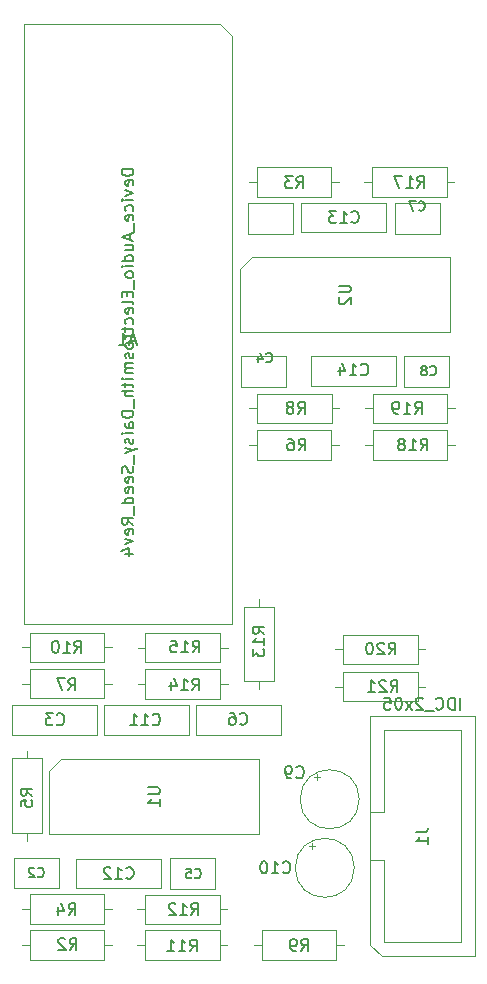
<source format=gbr>
%TF.GenerationSoftware,KiCad,Pcbnew,6.0.10+dfsg-1~bpo11+1*%
%TF.CreationDate,2023-02-09T22:21:13+08:00*%
%TF.ProjectId,MiniVerb v1.1 - Main,4d696e69-5665-4726-9220-76312e31202d,rev?*%
%TF.SameCoordinates,Original*%
%TF.FileFunction,AssemblyDrawing,Bot*%
%FSLAX46Y46*%
G04 Gerber Fmt 4.6, Leading zero omitted, Abs format (unit mm)*
G04 Created by KiCad (PCBNEW 6.0.10+dfsg-1~bpo11+1) date 2023-02-09 22:21:13*
%MOMM*%
%LPD*%
G01*
G04 APERTURE LIST*
%ADD10C,0.150000*%
%ADD11C,0.140000*%
%ADD12C,0.100000*%
G04 APERTURE END LIST*
D10*
%TO.C,R3*%
X99361666Y-67297380D02*
X99695000Y-66821190D01*
X99933095Y-67297380D02*
X99933095Y-66297380D01*
X99552142Y-66297380D01*
X99456904Y-66345000D01*
X99409285Y-66392619D01*
X99361666Y-66487857D01*
X99361666Y-66630714D01*
X99409285Y-66725952D01*
X99456904Y-66773571D01*
X99552142Y-66821190D01*
X99933095Y-66821190D01*
X99028333Y-66297380D02*
X98409285Y-66297380D01*
X98742619Y-66678333D01*
X98599761Y-66678333D01*
X98504523Y-66725952D01*
X98456904Y-66773571D01*
X98409285Y-66868809D01*
X98409285Y-67106904D01*
X98456904Y-67202142D01*
X98504523Y-67249761D01*
X98599761Y-67297380D01*
X98885476Y-67297380D01*
X98980714Y-67249761D01*
X99028333Y-67202142D01*
%TO.C,C3*%
X79081666Y-112677142D02*
X79129285Y-112724761D01*
X79272142Y-112772380D01*
X79367380Y-112772380D01*
X79510238Y-112724761D01*
X79605476Y-112629523D01*
X79653095Y-112534285D01*
X79700714Y-112343809D01*
X79700714Y-112200952D01*
X79653095Y-112010476D01*
X79605476Y-111915238D01*
X79510238Y-111820000D01*
X79367380Y-111772380D01*
X79272142Y-111772380D01*
X79129285Y-111820000D01*
X79081666Y-111867619D01*
X78748333Y-111772380D02*
X78129285Y-111772380D01*
X78462619Y-112153333D01*
X78319761Y-112153333D01*
X78224523Y-112200952D01*
X78176904Y-112248571D01*
X78129285Y-112343809D01*
X78129285Y-112581904D01*
X78176904Y-112677142D01*
X78224523Y-112724761D01*
X78319761Y-112772380D01*
X78605476Y-112772380D01*
X78700714Y-112724761D01*
X78748333Y-112677142D01*
%TO.C,R14*%
X90547857Y-109822380D02*
X90881190Y-109346190D01*
X91119285Y-109822380D02*
X91119285Y-108822380D01*
X90738333Y-108822380D01*
X90643095Y-108870000D01*
X90595476Y-108917619D01*
X90547857Y-109012857D01*
X90547857Y-109155714D01*
X90595476Y-109250952D01*
X90643095Y-109298571D01*
X90738333Y-109346190D01*
X91119285Y-109346190D01*
X89595476Y-109822380D02*
X90166904Y-109822380D01*
X89881190Y-109822380D02*
X89881190Y-108822380D01*
X89976428Y-108965238D01*
X90071666Y-109060476D01*
X90166904Y-109108095D01*
X88738333Y-109155714D02*
X88738333Y-109822380D01*
X88976428Y-108774761D02*
X89214523Y-109489047D01*
X88595476Y-109489047D01*
%TO.C,U1*%
X86783468Y-118032998D02*
X87592992Y-118032998D01*
X87688230Y-118080617D01*
X87735849Y-118128236D01*
X87783468Y-118223474D01*
X87783468Y-118413950D01*
X87735849Y-118509188D01*
X87688230Y-118556807D01*
X87592992Y-118604426D01*
X86783468Y-118604426D01*
X87783468Y-119604426D02*
X87783468Y-119032998D01*
X87783468Y-119318712D02*
X86783468Y-119318712D01*
X86926326Y-119223474D01*
X87021564Y-119128236D01*
X87069183Y-119032998D01*
%TO.C,C14*%
X104817857Y-83057142D02*
X104865476Y-83104761D01*
X105008333Y-83152380D01*
X105103571Y-83152380D01*
X105246428Y-83104761D01*
X105341666Y-83009523D01*
X105389285Y-82914285D01*
X105436904Y-82723809D01*
X105436904Y-82580952D01*
X105389285Y-82390476D01*
X105341666Y-82295238D01*
X105246428Y-82200000D01*
X105103571Y-82152380D01*
X105008333Y-82152380D01*
X104865476Y-82200000D01*
X104817857Y-82247619D01*
X103865476Y-83152380D02*
X104436904Y-83152380D01*
X104151190Y-83152380D02*
X104151190Y-82152380D01*
X104246428Y-82295238D01*
X104341666Y-82390476D01*
X104436904Y-82438095D01*
X103008333Y-82485714D02*
X103008333Y-83152380D01*
X103246428Y-82104761D02*
X103484523Y-82819047D01*
X102865476Y-82819047D01*
%TO.C,R6*%
X99541666Y-89502380D02*
X99875000Y-89026190D01*
X100113095Y-89502380D02*
X100113095Y-88502380D01*
X99732142Y-88502380D01*
X99636904Y-88550000D01*
X99589285Y-88597619D01*
X99541666Y-88692857D01*
X99541666Y-88835714D01*
X99589285Y-88930952D01*
X99636904Y-88978571D01*
X99732142Y-89026190D01*
X100113095Y-89026190D01*
X98684523Y-88502380D02*
X98875000Y-88502380D01*
X98970238Y-88550000D01*
X99017857Y-88597619D01*
X99113095Y-88740476D01*
X99160714Y-88930952D01*
X99160714Y-89311904D01*
X99113095Y-89407142D01*
X99065476Y-89454761D01*
X98970238Y-89502380D01*
X98779761Y-89502380D01*
X98684523Y-89454761D01*
X98636904Y-89407142D01*
X98589285Y-89311904D01*
X98589285Y-89073809D01*
X98636904Y-88978571D01*
X98684523Y-88930952D01*
X98779761Y-88883333D01*
X98970238Y-88883333D01*
X99065476Y-88930952D01*
X99113095Y-88978571D01*
X99160714Y-89073809D01*
D11*
%TO.C,C5*%
X90748333Y-125635714D02*
X90786428Y-125673809D01*
X90900714Y-125711904D01*
X90976904Y-125711904D01*
X91091190Y-125673809D01*
X91167380Y-125597619D01*
X91205476Y-125521428D01*
X91243571Y-125369047D01*
X91243571Y-125254761D01*
X91205476Y-125102380D01*
X91167380Y-125026190D01*
X91091190Y-124950000D01*
X90976904Y-124911904D01*
X90900714Y-124911904D01*
X90786428Y-124950000D01*
X90748333Y-124988095D01*
X90024523Y-124911904D02*
X90405476Y-124911904D01*
X90443571Y-125292857D01*
X90405476Y-125254761D01*
X90329285Y-125216666D01*
X90138809Y-125216666D01*
X90062619Y-125254761D01*
X90024523Y-125292857D01*
X89986428Y-125369047D01*
X89986428Y-125559523D01*
X90024523Y-125635714D01*
X90062619Y-125673809D01*
X90138809Y-125711904D01*
X90329285Y-125711904D01*
X90405476Y-125673809D01*
X90443571Y-125635714D01*
D10*
%TO.C,R5*%
X77003468Y-118728236D02*
X76527278Y-118394903D01*
X77003468Y-118156807D02*
X76003468Y-118156807D01*
X76003468Y-118537760D01*
X76051088Y-118632998D01*
X76098707Y-118680617D01*
X76193945Y-118728236D01*
X76336802Y-118728236D01*
X76432040Y-118680617D01*
X76479659Y-118632998D01*
X76527278Y-118537760D01*
X76527278Y-118156807D01*
X76003468Y-119632998D02*
X76003468Y-119156807D01*
X76479659Y-119109188D01*
X76432040Y-119156807D01*
X76384421Y-119252045D01*
X76384421Y-119490141D01*
X76432040Y-119585379D01*
X76479659Y-119632998D01*
X76574897Y-119680617D01*
X76812992Y-119680617D01*
X76908230Y-119632998D01*
X76955849Y-119585379D01*
X77003468Y-119490141D01*
X77003468Y-119252045D01*
X76955849Y-119156807D01*
X76908230Y-119109188D01*
%TO.C,R12*%
X90437857Y-128842380D02*
X90771190Y-128366190D01*
X91009285Y-128842380D02*
X91009285Y-127842380D01*
X90628333Y-127842380D01*
X90533095Y-127890000D01*
X90485476Y-127937619D01*
X90437857Y-128032857D01*
X90437857Y-128175714D01*
X90485476Y-128270952D01*
X90533095Y-128318571D01*
X90628333Y-128366190D01*
X91009285Y-128366190D01*
X89485476Y-128842380D02*
X90056904Y-128842380D01*
X89771190Y-128842380D02*
X89771190Y-127842380D01*
X89866428Y-127985238D01*
X89961666Y-128080476D01*
X90056904Y-128128095D01*
X89104523Y-127937619D02*
X89056904Y-127890000D01*
X88961666Y-127842380D01*
X88723571Y-127842380D01*
X88628333Y-127890000D01*
X88580714Y-127937619D01*
X88533095Y-128032857D01*
X88533095Y-128128095D01*
X88580714Y-128270952D01*
X89152142Y-128842380D01*
X88533095Y-128842380D01*
%TO.C,R8*%
X99491666Y-86402380D02*
X99825000Y-85926190D01*
X100063095Y-86402380D02*
X100063095Y-85402380D01*
X99682142Y-85402380D01*
X99586904Y-85450000D01*
X99539285Y-85497619D01*
X99491666Y-85592857D01*
X99491666Y-85735714D01*
X99539285Y-85830952D01*
X99586904Y-85878571D01*
X99682142Y-85926190D01*
X100063095Y-85926190D01*
X98920238Y-85830952D02*
X99015476Y-85783333D01*
X99063095Y-85735714D01*
X99110714Y-85640476D01*
X99110714Y-85592857D01*
X99063095Y-85497619D01*
X99015476Y-85450000D01*
X98920238Y-85402380D01*
X98729761Y-85402380D01*
X98634523Y-85450000D01*
X98586904Y-85497619D01*
X98539285Y-85592857D01*
X98539285Y-85640476D01*
X98586904Y-85735714D01*
X98634523Y-85783333D01*
X98729761Y-85830952D01*
X98920238Y-85830952D01*
X99015476Y-85878571D01*
X99063095Y-85926190D01*
X99110714Y-86021428D01*
X99110714Y-86211904D01*
X99063095Y-86307142D01*
X99015476Y-86354761D01*
X98920238Y-86402380D01*
X98729761Y-86402380D01*
X98634523Y-86354761D01*
X98586904Y-86307142D01*
X98539285Y-86211904D01*
X98539285Y-86021428D01*
X98586904Y-85926190D01*
X98634523Y-85878571D01*
X98729761Y-85830952D01*
D11*
%TO.C,C8*%
X110678333Y-83085714D02*
X110716428Y-83123809D01*
X110830714Y-83161904D01*
X110906904Y-83161904D01*
X111021190Y-83123809D01*
X111097380Y-83047619D01*
X111135476Y-82971428D01*
X111173571Y-82819047D01*
X111173571Y-82704761D01*
X111135476Y-82552380D01*
X111097380Y-82476190D01*
X111021190Y-82400000D01*
X110906904Y-82361904D01*
X110830714Y-82361904D01*
X110716428Y-82400000D01*
X110678333Y-82438095D01*
X110221190Y-82704761D02*
X110297380Y-82666666D01*
X110335476Y-82628571D01*
X110373571Y-82552380D01*
X110373571Y-82514285D01*
X110335476Y-82438095D01*
X110297380Y-82400000D01*
X110221190Y-82361904D01*
X110068809Y-82361904D01*
X109992619Y-82400000D01*
X109954523Y-82438095D01*
X109916428Y-82514285D01*
X109916428Y-82552380D01*
X109954523Y-82628571D01*
X109992619Y-82666666D01*
X110068809Y-82704761D01*
X110221190Y-82704761D01*
X110297380Y-82742857D01*
X110335476Y-82780952D01*
X110373571Y-82857142D01*
X110373571Y-83009523D01*
X110335476Y-83085714D01*
X110297380Y-83123809D01*
X110221190Y-83161904D01*
X110068809Y-83161904D01*
X109992619Y-83123809D01*
X109954523Y-83085714D01*
X109916428Y-83009523D01*
X109916428Y-82857142D01*
X109954523Y-82780952D01*
X109992619Y-82742857D01*
X110068809Y-82704761D01*
D10*
%TO.C,R10*%
X80562857Y-106632380D02*
X80896190Y-106156190D01*
X81134285Y-106632380D02*
X81134285Y-105632380D01*
X80753333Y-105632380D01*
X80658095Y-105680000D01*
X80610476Y-105727619D01*
X80562857Y-105822857D01*
X80562857Y-105965714D01*
X80610476Y-106060952D01*
X80658095Y-106108571D01*
X80753333Y-106156190D01*
X81134285Y-106156190D01*
X79610476Y-106632380D02*
X80181904Y-106632380D01*
X79896190Y-106632380D02*
X79896190Y-105632380D01*
X79991428Y-105775238D01*
X80086666Y-105870476D01*
X80181904Y-105918095D01*
X78991428Y-105632380D02*
X78896190Y-105632380D01*
X78800952Y-105680000D01*
X78753333Y-105727619D01*
X78705714Y-105822857D01*
X78658095Y-106013333D01*
X78658095Y-106251428D01*
X78705714Y-106441904D01*
X78753333Y-106537142D01*
X78800952Y-106584761D01*
X78896190Y-106632380D01*
X78991428Y-106632380D01*
X79086666Y-106584761D01*
X79134285Y-106537142D01*
X79181904Y-106441904D01*
X79229523Y-106251428D01*
X79229523Y-106013333D01*
X79181904Y-105822857D01*
X79134285Y-105727619D01*
X79086666Y-105680000D01*
X78991428Y-105632380D01*
D11*
%TO.C,C2*%
X77458333Y-125545714D02*
X77496428Y-125583809D01*
X77610714Y-125621904D01*
X77686904Y-125621904D01*
X77801190Y-125583809D01*
X77877380Y-125507619D01*
X77915476Y-125431428D01*
X77953571Y-125279047D01*
X77953571Y-125164761D01*
X77915476Y-125012380D01*
X77877380Y-124936190D01*
X77801190Y-124860000D01*
X77686904Y-124821904D01*
X77610714Y-124821904D01*
X77496428Y-124860000D01*
X77458333Y-124898095D01*
X77153571Y-124898095D02*
X77115476Y-124860000D01*
X77039285Y-124821904D01*
X76848809Y-124821904D01*
X76772619Y-124860000D01*
X76734523Y-124898095D01*
X76696428Y-124974285D01*
X76696428Y-125050476D01*
X76734523Y-125164761D01*
X77191666Y-125621904D01*
X76696428Y-125621904D01*
D10*
%TO.C,R13*%
X96642380Y-105047142D02*
X96166190Y-104713809D01*
X96642380Y-104475714D02*
X95642380Y-104475714D01*
X95642380Y-104856666D01*
X95690000Y-104951904D01*
X95737619Y-104999523D01*
X95832857Y-105047142D01*
X95975714Y-105047142D01*
X96070952Y-104999523D01*
X96118571Y-104951904D01*
X96166190Y-104856666D01*
X96166190Y-104475714D01*
X96642380Y-105999523D02*
X96642380Y-105428095D01*
X96642380Y-105713809D02*
X95642380Y-105713809D01*
X95785238Y-105618571D01*
X95880476Y-105523333D01*
X95928095Y-105428095D01*
X95642380Y-106332857D02*
X95642380Y-106951904D01*
X96023333Y-106618571D01*
X96023333Y-106761428D01*
X96070952Y-106856666D01*
X96118571Y-106904285D01*
X96213809Y-106951904D01*
X96451904Y-106951904D01*
X96547142Y-106904285D01*
X96594761Y-106856666D01*
X96642380Y-106761428D01*
X96642380Y-106475714D01*
X96594761Y-106380476D01*
X96547142Y-106332857D01*
%TO.C,R15*%
X90577857Y-106602380D02*
X90911190Y-106126190D01*
X91149285Y-106602380D02*
X91149285Y-105602380D01*
X90768333Y-105602380D01*
X90673095Y-105650000D01*
X90625476Y-105697619D01*
X90577857Y-105792857D01*
X90577857Y-105935714D01*
X90625476Y-106030952D01*
X90673095Y-106078571D01*
X90768333Y-106126190D01*
X91149285Y-106126190D01*
X89625476Y-106602380D02*
X90196904Y-106602380D01*
X89911190Y-106602380D02*
X89911190Y-105602380D01*
X90006428Y-105745238D01*
X90101666Y-105840476D01*
X90196904Y-105888095D01*
X88720714Y-105602380D02*
X89196904Y-105602380D01*
X89244523Y-106078571D01*
X89196904Y-106030952D01*
X89101666Y-105983333D01*
X88863571Y-105983333D01*
X88768333Y-106030952D01*
X88720714Y-106078571D01*
X88673095Y-106173809D01*
X88673095Y-106411904D01*
X88720714Y-106507142D01*
X88768333Y-106554761D01*
X88863571Y-106602380D01*
X89101666Y-106602380D01*
X89196904Y-106554761D01*
X89244523Y-106507142D01*
%TO.C,R4*%
X80071666Y-128842380D02*
X80405000Y-128366190D01*
X80643095Y-128842380D02*
X80643095Y-127842380D01*
X80262142Y-127842380D01*
X80166904Y-127890000D01*
X80119285Y-127937619D01*
X80071666Y-128032857D01*
X80071666Y-128175714D01*
X80119285Y-128270952D01*
X80166904Y-128318571D01*
X80262142Y-128366190D01*
X80643095Y-128366190D01*
X79214523Y-128175714D02*
X79214523Y-128842380D01*
X79452619Y-127794761D02*
X79690714Y-128509047D01*
X79071666Y-128509047D01*
%TO.C,R7*%
X80061666Y-109812380D02*
X80395000Y-109336190D01*
X80633095Y-109812380D02*
X80633095Y-108812380D01*
X80252142Y-108812380D01*
X80156904Y-108860000D01*
X80109285Y-108907619D01*
X80061666Y-109002857D01*
X80061666Y-109145714D01*
X80109285Y-109240952D01*
X80156904Y-109288571D01*
X80252142Y-109336190D01*
X80633095Y-109336190D01*
X79728333Y-108812380D02*
X79061666Y-108812380D01*
X79490238Y-109812380D01*
%TO.C,R9*%
X99761666Y-131882380D02*
X100095000Y-131406190D01*
X100333095Y-131882380D02*
X100333095Y-130882380D01*
X99952142Y-130882380D01*
X99856904Y-130930000D01*
X99809285Y-130977619D01*
X99761666Y-131072857D01*
X99761666Y-131215714D01*
X99809285Y-131310952D01*
X99856904Y-131358571D01*
X99952142Y-131406190D01*
X100333095Y-131406190D01*
X99285476Y-131882380D02*
X99095000Y-131882380D01*
X98999761Y-131834761D01*
X98952142Y-131787142D01*
X98856904Y-131644285D01*
X98809285Y-131453809D01*
X98809285Y-131072857D01*
X98856904Y-130977619D01*
X98904523Y-130930000D01*
X98999761Y-130882380D01*
X99190238Y-130882380D01*
X99285476Y-130930000D01*
X99333095Y-130977619D01*
X99380714Y-131072857D01*
X99380714Y-131310952D01*
X99333095Y-131406190D01*
X99285476Y-131453809D01*
X99190238Y-131501428D01*
X98999761Y-131501428D01*
X98904523Y-131453809D01*
X98856904Y-131406190D01*
X98809285Y-131310952D01*
%TO.C,C9*%
X99361666Y-117157142D02*
X99409285Y-117204761D01*
X99552142Y-117252380D01*
X99647380Y-117252380D01*
X99790238Y-117204761D01*
X99885476Y-117109523D01*
X99933095Y-117014285D01*
X99980714Y-116823809D01*
X99980714Y-116680952D01*
X99933095Y-116490476D01*
X99885476Y-116395238D01*
X99790238Y-116300000D01*
X99647380Y-116252380D01*
X99552142Y-116252380D01*
X99409285Y-116300000D01*
X99361666Y-116347619D01*
X98885476Y-117252380D02*
X98695000Y-117252380D01*
X98599761Y-117204761D01*
X98552142Y-117157142D01*
X98456904Y-117014285D01*
X98409285Y-116823809D01*
X98409285Y-116442857D01*
X98456904Y-116347619D01*
X98504523Y-116300000D01*
X98599761Y-116252380D01*
X98790238Y-116252380D01*
X98885476Y-116300000D01*
X98933095Y-116347619D01*
X98980714Y-116442857D01*
X98980714Y-116680952D01*
X98933095Y-116776190D01*
X98885476Y-116823809D01*
X98790238Y-116871428D01*
X98599761Y-116871428D01*
X98504523Y-116823809D01*
X98456904Y-116776190D01*
X98409285Y-116680952D01*
%TO.C,R21*%
X107327857Y-109952380D02*
X107661190Y-109476190D01*
X107899285Y-109952380D02*
X107899285Y-108952380D01*
X107518333Y-108952380D01*
X107423095Y-109000000D01*
X107375476Y-109047619D01*
X107327857Y-109142857D01*
X107327857Y-109285714D01*
X107375476Y-109380952D01*
X107423095Y-109428571D01*
X107518333Y-109476190D01*
X107899285Y-109476190D01*
X106946904Y-109047619D02*
X106899285Y-109000000D01*
X106804047Y-108952380D01*
X106565952Y-108952380D01*
X106470714Y-109000000D01*
X106423095Y-109047619D01*
X106375476Y-109142857D01*
X106375476Y-109238095D01*
X106423095Y-109380952D01*
X106994523Y-109952380D01*
X106375476Y-109952380D01*
X105423095Y-109952380D02*
X105994523Y-109952380D01*
X105708809Y-109952380D02*
X105708809Y-108952380D01*
X105804047Y-109095238D01*
X105899285Y-109190476D01*
X105994523Y-109238095D01*
%TO.C,R19*%
X109397857Y-86402380D02*
X109731190Y-85926190D01*
X109969285Y-86402380D02*
X109969285Y-85402380D01*
X109588333Y-85402380D01*
X109493095Y-85450000D01*
X109445476Y-85497619D01*
X109397857Y-85592857D01*
X109397857Y-85735714D01*
X109445476Y-85830952D01*
X109493095Y-85878571D01*
X109588333Y-85926190D01*
X109969285Y-85926190D01*
X108445476Y-86402380D02*
X109016904Y-86402380D01*
X108731190Y-86402380D02*
X108731190Y-85402380D01*
X108826428Y-85545238D01*
X108921666Y-85640476D01*
X109016904Y-85688095D01*
X107969285Y-86402380D02*
X107778809Y-86402380D01*
X107683571Y-86354761D01*
X107635952Y-86307142D01*
X107540714Y-86164285D01*
X107493095Y-85973809D01*
X107493095Y-85592857D01*
X107540714Y-85497619D01*
X107588333Y-85450000D01*
X107683571Y-85402380D01*
X107874047Y-85402380D01*
X107969285Y-85450000D01*
X108016904Y-85497619D01*
X108064523Y-85592857D01*
X108064523Y-85830952D01*
X108016904Y-85926190D01*
X107969285Y-85973809D01*
X107874047Y-86021428D01*
X107683571Y-86021428D01*
X107588333Y-85973809D01*
X107540714Y-85926190D01*
X107493095Y-85830952D01*
%TO.C,C6*%
X94591666Y-112637142D02*
X94639285Y-112684761D01*
X94782142Y-112732380D01*
X94877380Y-112732380D01*
X95020238Y-112684761D01*
X95115476Y-112589523D01*
X95163095Y-112494285D01*
X95210714Y-112303809D01*
X95210714Y-112160952D01*
X95163095Y-111970476D01*
X95115476Y-111875238D01*
X95020238Y-111780000D01*
X94877380Y-111732380D01*
X94782142Y-111732380D01*
X94639285Y-111780000D01*
X94591666Y-111827619D01*
X93734523Y-111732380D02*
X93925000Y-111732380D01*
X94020238Y-111780000D01*
X94067857Y-111827619D01*
X94163095Y-111970476D01*
X94210714Y-112160952D01*
X94210714Y-112541904D01*
X94163095Y-112637142D01*
X94115476Y-112684761D01*
X94020238Y-112732380D01*
X93829761Y-112732380D01*
X93734523Y-112684761D01*
X93686904Y-112637142D01*
X93639285Y-112541904D01*
X93639285Y-112303809D01*
X93686904Y-112208571D01*
X93734523Y-112160952D01*
X93829761Y-112113333D01*
X94020238Y-112113333D01*
X94115476Y-112160952D01*
X94163095Y-112208571D01*
X94210714Y-112303809D01*
%TO.C,R17*%
X109607857Y-67252380D02*
X109941190Y-66776190D01*
X110179285Y-67252380D02*
X110179285Y-66252380D01*
X109798333Y-66252380D01*
X109703095Y-66300000D01*
X109655476Y-66347619D01*
X109607857Y-66442857D01*
X109607857Y-66585714D01*
X109655476Y-66680952D01*
X109703095Y-66728571D01*
X109798333Y-66776190D01*
X110179285Y-66776190D01*
X108655476Y-67252380D02*
X109226904Y-67252380D01*
X108941190Y-67252380D02*
X108941190Y-66252380D01*
X109036428Y-66395238D01*
X109131666Y-66490476D01*
X109226904Y-66538095D01*
X108322142Y-66252380D02*
X107655476Y-66252380D01*
X108084047Y-67252380D01*
%TO.C,R11*%
X90328945Y-131927283D02*
X90662278Y-131451093D01*
X90900373Y-131927283D02*
X90900373Y-130927283D01*
X90519421Y-130927283D01*
X90424183Y-130974903D01*
X90376564Y-131022522D01*
X90328945Y-131117760D01*
X90328945Y-131260617D01*
X90376564Y-131355855D01*
X90424183Y-131403474D01*
X90519421Y-131451093D01*
X90900373Y-131451093D01*
X89376564Y-131927283D02*
X89947992Y-131927283D01*
X89662278Y-131927283D02*
X89662278Y-130927283D01*
X89757516Y-131070141D01*
X89852754Y-131165379D01*
X89947992Y-131212998D01*
X88424183Y-131927283D02*
X88995611Y-131927283D01*
X88709897Y-131927283D02*
X88709897Y-130927283D01*
X88805135Y-131070141D01*
X88900373Y-131165379D01*
X88995611Y-131212998D01*
%TO.C,R20*%
X107167857Y-106782380D02*
X107501190Y-106306190D01*
X107739285Y-106782380D02*
X107739285Y-105782380D01*
X107358333Y-105782380D01*
X107263095Y-105830000D01*
X107215476Y-105877619D01*
X107167857Y-105972857D01*
X107167857Y-106115714D01*
X107215476Y-106210952D01*
X107263095Y-106258571D01*
X107358333Y-106306190D01*
X107739285Y-106306190D01*
X106786904Y-105877619D02*
X106739285Y-105830000D01*
X106644047Y-105782380D01*
X106405952Y-105782380D01*
X106310714Y-105830000D01*
X106263095Y-105877619D01*
X106215476Y-105972857D01*
X106215476Y-106068095D01*
X106263095Y-106210952D01*
X106834523Y-106782380D01*
X106215476Y-106782380D01*
X105596428Y-105782380D02*
X105501190Y-105782380D01*
X105405952Y-105830000D01*
X105358333Y-105877619D01*
X105310714Y-105972857D01*
X105263095Y-106163333D01*
X105263095Y-106401428D01*
X105310714Y-106591904D01*
X105358333Y-106687142D01*
X105405952Y-106734761D01*
X105501190Y-106782380D01*
X105596428Y-106782380D01*
X105691666Y-106734761D01*
X105739285Y-106687142D01*
X105786904Y-106591904D01*
X105834523Y-106401428D01*
X105834523Y-106163333D01*
X105786904Y-105972857D01*
X105739285Y-105877619D01*
X105691666Y-105830000D01*
X105596428Y-105782380D01*
%TO.C,C10*%
X98221857Y-125207142D02*
X98269476Y-125254761D01*
X98412333Y-125302380D01*
X98507571Y-125302380D01*
X98650428Y-125254761D01*
X98745666Y-125159523D01*
X98793285Y-125064285D01*
X98840904Y-124873809D01*
X98840904Y-124730952D01*
X98793285Y-124540476D01*
X98745666Y-124445238D01*
X98650428Y-124350000D01*
X98507571Y-124302380D01*
X98412333Y-124302380D01*
X98269476Y-124350000D01*
X98221857Y-124397619D01*
X97269476Y-125302380D02*
X97840904Y-125302380D01*
X97555190Y-125302380D02*
X97555190Y-124302380D01*
X97650428Y-124445238D01*
X97745666Y-124540476D01*
X97840904Y-124588095D01*
X96650428Y-124302380D02*
X96555190Y-124302380D01*
X96459952Y-124350000D01*
X96412333Y-124397619D01*
X96364714Y-124492857D01*
X96317095Y-124683333D01*
X96317095Y-124921428D01*
X96364714Y-125111904D01*
X96412333Y-125207142D01*
X96459952Y-125254761D01*
X96555190Y-125302380D01*
X96650428Y-125302380D01*
X96745666Y-125254761D01*
X96793285Y-125207142D01*
X96840904Y-125111904D01*
X96888523Y-124921428D01*
X96888523Y-124683333D01*
X96840904Y-124492857D01*
X96793285Y-124397619D01*
X96745666Y-124350000D01*
X96650428Y-124302380D01*
%TO.C,C13*%
X104017857Y-70157142D02*
X104065476Y-70204761D01*
X104208333Y-70252380D01*
X104303571Y-70252380D01*
X104446428Y-70204761D01*
X104541666Y-70109523D01*
X104589285Y-70014285D01*
X104636904Y-69823809D01*
X104636904Y-69680952D01*
X104589285Y-69490476D01*
X104541666Y-69395238D01*
X104446428Y-69300000D01*
X104303571Y-69252380D01*
X104208333Y-69252380D01*
X104065476Y-69300000D01*
X104017857Y-69347619D01*
X103065476Y-70252380D02*
X103636904Y-70252380D01*
X103351190Y-70252380D02*
X103351190Y-69252380D01*
X103446428Y-69395238D01*
X103541666Y-69490476D01*
X103636904Y-69538095D01*
X102732142Y-69252380D02*
X102113095Y-69252380D01*
X102446428Y-69633333D01*
X102303571Y-69633333D01*
X102208333Y-69680952D01*
X102160714Y-69728571D01*
X102113095Y-69823809D01*
X102113095Y-70061904D01*
X102160714Y-70157142D01*
X102208333Y-70204761D01*
X102303571Y-70252380D01*
X102589285Y-70252380D01*
X102684523Y-70204761D01*
X102732142Y-70157142D01*
%TO.C,U2*%
X102947380Y-75548095D02*
X103756904Y-75548095D01*
X103852142Y-75595714D01*
X103899761Y-75643333D01*
X103947380Y-75738571D01*
X103947380Y-75929047D01*
X103899761Y-76024285D01*
X103852142Y-76071904D01*
X103756904Y-76119523D01*
X102947380Y-76119523D01*
X103042619Y-76548095D02*
X102995000Y-76595714D01*
X102947380Y-76690952D01*
X102947380Y-76929047D01*
X102995000Y-77024285D01*
X103042619Y-77071904D01*
X103137857Y-77119523D01*
X103233095Y-77119523D01*
X103375952Y-77071904D01*
X103947380Y-76500476D01*
X103947380Y-77119523D01*
%TO.C,J1*%
X113231785Y-111447380D02*
X113231785Y-110447380D01*
X112755595Y-111447380D02*
X112755595Y-110447380D01*
X112517500Y-110447380D01*
X112374642Y-110495000D01*
X112279404Y-110590238D01*
X112231785Y-110685476D01*
X112184166Y-110875952D01*
X112184166Y-111018809D01*
X112231785Y-111209285D01*
X112279404Y-111304523D01*
X112374642Y-111399761D01*
X112517500Y-111447380D01*
X112755595Y-111447380D01*
X111184166Y-111352142D02*
X111231785Y-111399761D01*
X111374642Y-111447380D01*
X111469880Y-111447380D01*
X111612738Y-111399761D01*
X111707976Y-111304523D01*
X111755595Y-111209285D01*
X111803214Y-111018809D01*
X111803214Y-110875952D01*
X111755595Y-110685476D01*
X111707976Y-110590238D01*
X111612738Y-110495000D01*
X111469880Y-110447380D01*
X111374642Y-110447380D01*
X111231785Y-110495000D01*
X111184166Y-110542619D01*
X110993690Y-111542619D02*
X110231785Y-111542619D01*
X110041309Y-110542619D02*
X109993690Y-110495000D01*
X109898452Y-110447380D01*
X109660357Y-110447380D01*
X109565119Y-110495000D01*
X109517500Y-110542619D01*
X109469880Y-110637857D01*
X109469880Y-110733095D01*
X109517500Y-110875952D01*
X110088928Y-111447380D01*
X109469880Y-111447380D01*
X109136547Y-111447380D02*
X108612738Y-110780714D01*
X109136547Y-110780714D02*
X108612738Y-111447380D01*
X108041309Y-110447380D02*
X107946071Y-110447380D01*
X107850833Y-110495000D01*
X107803214Y-110542619D01*
X107755595Y-110637857D01*
X107707976Y-110828333D01*
X107707976Y-111066428D01*
X107755595Y-111256904D01*
X107803214Y-111352142D01*
X107850833Y-111399761D01*
X107946071Y-111447380D01*
X108041309Y-111447380D01*
X108136547Y-111399761D01*
X108184166Y-111352142D01*
X108231785Y-111256904D01*
X108279404Y-111066428D01*
X108279404Y-110828333D01*
X108231785Y-110637857D01*
X108184166Y-110542619D01*
X108136547Y-110495000D01*
X108041309Y-110447380D01*
X106803214Y-110447380D02*
X107279404Y-110447380D01*
X107327023Y-110923571D01*
X107279404Y-110875952D01*
X107184166Y-110828333D01*
X106946071Y-110828333D01*
X106850833Y-110875952D01*
X106803214Y-110923571D01*
X106755595Y-111018809D01*
X106755595Y-111256904D01*
X106803214Y-111352142D01*
X106850833Y-111399761D01*
X106946071Y-111447380D01*
X107184166Y-111447380D01*
X107279404Y-111399761D01*
X107327023Y-111352142D01*
X109469880Y-121841666D02*
X110184166Y-121841666D01*
X110327023Y-121794047D01*
X110422261Y-121698809D01*
X110469880Y-121555952D01*
X110469880Y-121460714D01*
X110469880Y-122841666D02*
X110469880Y-122270238D01*
X110469880Y-122555952D02*
X109469880Y-122555952D01*
X109612738Y-122460714D01*
X109707976Y-122365476D01*
X109755595Y-122270238D01*
%TO.C,C11*%
X87187857Y-112697142D02*
X87235476Y-112744761D01*
X87378333Y-112792380D01*
X87473571Y-112792380D01*
X87616428Y-112744761D01*
X87711666Y-112649523D01*
X87759285Y-112554285D01*
X87806904Y-112363809D01*
X87806904Y-112220952D01*
X87759285Y-112030476D01*
X87711666Y-111935238D01*
X87616428Y-111840000D01*
X87473571Y-111792380D01*
X87378333Y-111792380D01*
X87235476Y-111840000D01*
X87187857Y-111887619D01*
X86235476Y-112792380D02*
X86806904Y-112792380D01*
X86521190Y-112792380D02*
X86521190Y-111792380D01*
X86616428Y-111935238D01*
X86711666Y-112030476D01*
X86806904Y-112078095D01*
X85283095Y-112792380D02*
X85854523Y-112792380D01*
X85568809Y-112792380D02*
X85568809Y-111792380D01*
X85664047Y-111935238D01*
X85759285Y-112030476D01*
X85854523Y-112078095D01*
D11*
%TO.C,C4*%
X96808333Y-81985714D02*
X96846428Y-82023809D01*
X96960714Y-82061904D01*
X97036904Y-82061904D01*
X97151190Y-82023809D01*
X97227380Y-81947619D01*
X97265476Y-81871428D01*
X97303571Y-81719047D01*
X97303571Y-81604761D01*
X97265476Y-81452380D01*
X97227380Y-81376190D01*
X97151190Y-81300000D01*
X97036904Y-81261904D01*
X96960714Y-81261904D01*
X96846428Y-81300000D01*
X96808333Y-81338095D01*
X96122619Y-81528571D02*
X96122619Y-82061904D01*
X96313095Y-81223809D02*
X96503571Y-81795238D01*
X96008333Y-81795238D01*
D10*
%TO.C,C12*%
X84947857Y-125687142D02*
X84995476Y-125734761D01*
X85138333Y-125782380D01*
X85233571Y-125782380D01*
X85376428Y-125734761D01*
X85471666Y-125639523D01*
X85519285Y-125544285D01*
X85566904Y-125353809D01*
X85566904Y-125210952D01*
X85519285Y-125020476D01*
X85471666Y-124925238D01*
X85376428Y-124830000D01*
X85233571Y-124782380D01*
X85138333Y-124782380D01*
X84995476Y-124830000D01*
X84947857Y-124877619D01*
X83995476Y-125782380D02*
X84566904Y-125782380D01*
X84281190Y-125782380D02*
X84281190Y-124782380D01*
X84376428Y-124925238D01*
X84471666Y-125020476D01*
X84566904Y-125068095D01*
X83614523Y-124877619D02*
X83566904Y-124830000D01*
X83471666Y-124782380D01*
X83233571Y-124782380D01*
X83138333Y-124830000D01*
X83090714Y-124877619D01*
X83043095Y-124972857D01*
X83043095Y-125068095D01*
X83090714Y-125210952D01*
X83662142Y-125782380D01*
X83043095Y-125782380D01*
D11*
%TO.C,C7*%
X109718333Y-69135714D02*
X109756428Y-69173809D01*
X109870714Y-69211904D01*
X109946904Y-69211904D01*
X110061190Y-69173809D01*
X110137380Y-69097619D01*
X110175476Y-69021428D01*
X110213571Y-68869047D01*
X110213571Y-68754761D01*
X110175476Y-68602380D01*
X110137380Y-68526190D01*
X110061190Y-68450000D01*
X109946904Y-68411904D01*
X109870714Y-68411904D01*
X109756428Y-68450000D01*
X109718333Y-68488095D01*
X109451666Y-68411904D02*
X108918333Y-68411904D01*
X109261190Y-69211904D01*
D10*
%TO.C,A1*%
X85552380Y-65690476D02*
X84552380Y-65690476D01*
X84552380Y-65928571D01*
X84600000Y-66071428D01*
X84695238Y-66166666D01*
X84790476Y-66214285D01*
X84980952Y-66261904D01*
X85123809Y-66261904D01*
X85314285Y-66214285D01*
X85409523Y-66166666D01*
X85504761Y-66071428D01*
X85552380Y-65928571D01*
X85552380Y-65690476D01*
X85504761Y-67071428D02*
X85552380Y-66976190D01*
X85552380Y-66785714D01*
X85504761Y-66690476D01*
X85409523Y-66642857D01*
X85028571Y-66642857D01*
X84933333Y-66690476D01*
X84885714Y-66785714D01*
X84885714Y-66976190D01*
X84933333Y-67071428D01*
X85028571Y-67119047D01*
X85123809Y-67119047D01*
X85219047Y-66642857D01*
X84885714Y-67452380D02*
X85552380Y-67690476D01*
X84885714Y-67928571D01*
X85552380Y-68309523D02*
X84885714Y-68309523D01*
X84552380Y-68309523D02*
X84600000Y-68261904D01*
X84647619Y-68309523D01*
X84600000Y-68357142D01*
X84552380Y-68309523D01*
X84647619Y-68309523D01*
X85504761Y-69214285D02*
X85552380Y-69119047D01*
X85552380Y-68928571D01*
X85504761Y-68833333D01*
X85457142Y-68785714D01*
X85361904Y-68738095D01*
X85076190Y-68738095D01*
X84980952Y-68785714D01*
X84933333Y-68833333D01*
X84885714Y-68928571D01*
X84885714Y-69119047D01*
X84933333Y-69214285D01*
X85504761Y-70023809D02*
X85552380Y-69928571D01*
X85552380Y-69738095D01*
X85504761Y-69642857D01*
X85409523Y-69595238D01*
X85028571Y-69595238D01*
X84933333Y-69642857D01*
X84885714Y-69738095D01*
X84885714Y-69928571D01*
X84933333Y-70023809D01*
X85028571Y-70071428D01*
X85123809Y-70071428D01*
X85219047Y-69595238D01*
X85647619Y-70261904D02*
X85647619Y-71023809D01*
X85266666Y-71214285D02*
X85266666Y-71690476D01*
X85552380Y-71119047D02*
X84552380Y-71452380D01*
X85552380Y-71785714D01*
X84885714Y-72547619D02*
X85552380Y-72547619D01*
X84885714Y-72119047D02*
X85409523Y-72119047D01*
X85504761Y-72166666D01*
X85552380Y-72261904D01*
X85552380Y-72404761D01*
X85504761Y-72500000D01*
X85457142Y-72547619D01*
X85552380Y-73452380D02*
X84552380Y-73452380D01*
X85504761Y-73452380D02*
X85552380Y-73357142D01*
X85552380Y-73166666D01*
X85504761Y-73071428D01*
X85457142Y-73023809D01*
X85361904Y-72976190D01*
X85076190Y-72976190D01*
X84980952Y-73023809D01*
X84933333Y-73071428D01*
X84885714Y-73166666D01*
X84885714Y-73357142D01*
X84933333Y-73452380D01*
X85552380Y-73928571D02*
X84885714Y-73928571D01*
X84552380Y-73928571D02*
X84600000Y-73880952D01*
X84647619Y-73928571D01*
X84600000Y-73976190D01*
X84552380Y-73928571D01*
X84647619Y-73928571D01*
X85552380Y-74547619D02*
X85504761Y-74452380D01*
X85457142Y-74404761D01*
X85361904Y-74357142D01*
X85076190Y-74357142D01*
X84980952Y-74404761D01*
X84933333Y-74452380D01*
X84885714Y-74547619D01*
X84885714Y-74690476D01*
X84933333Y-74785714D01*
X84980952Y-74833333D01*
X85076190Y-74880952D01*
X85361904Y-74880952D01*
X85457142Y-74833333D01*
X85504761Y-74785714D01*
X85552380Y-74690476D01*
X85552380Y-74547619D01*
X85647619Y-75071428D02*
X85647619Y-75833333D01*
X85028571Y-76071428D02*
X85028571Y-76404761D01*
X85552380Y-76547619D02*
X85552380Y-76071428D01*
X84552380Y-76071428D01*
X84552380Y-76547619D01*
X85552380Y-77119047D02*
X85504761Y-77023809D01*
X85409523Y-76976190D01*
X84552380Y-76976190D01*
X85504761Y-77880952D02*
X85552380Y-77785714D01*
X85552380Y-77595238D01*
X85504761Y-77500000D01*
X85409523Y-77452380D01*
X85028571Y-77452380D01*
X84933333Y-77500000D01*
X84885714Y-77595238D01*
X84885714Y-77785714D01*
X84933333Y-77880952D01*
X85028571Y-77928571D01*
X85123809Y-77928571D01*
X85219047Y-77452380D01*
X85504761Y-78785714D02*
X85552380Y-78690476D01*
X85552380Y-78500000D01*
X85504761Y-78404761D01*
X85457142Y-78357142D01*
X85361904Y-78309523D01*
X85076190Y-78309523D01*
X84980952Y-78357142D01*
X84933333Y-78404761D01*
X84885714Y-78500000D01*
X84885714Y-78690476D01*
X84933333Y-78785714D01*
X84885714Y-79071428D02*
X84885714Y-79452380D01*
X84552380Y-79214285D02*
X85409523Y-79214285D01*
X85504761Y-79261904D01*
X85552380Y-79357142D01*
X85552380Y-79452380D01*
X85552380Y-79785714D02*
X84885714Y-79785714D01*
X85076190Y-79785714D02*
X84980952Y-79833333D01*
X84933333Y-79880952D01*
X84885714Y-79976190D01*
X84885714Y-80071428D01*
X85552380Y-80547619D02*
X85504761Y-80452380D01*
X85457142Y-80404761D01*
X85361904Y-80357142D01*
X85076190Y-80357142D01*
X84980952Y-80404761D01*
X84933333Y-80452380D01*
X84885714Y-80547619D01*
X84885714Y-80690476D01*
X84933333Y-80785714D01*
X84980952Y-80833333D01*
X85076190Y-80880952D01*
X85361904Y-80880952D01*
X85457142Y-80833333D01*
X85504761Y-80785714D01*
X85552380Y-80690476D01*
X85552380Y-80547619D01*
X85504761Y-81261904D02*
X85552380Y-81357142D01*
X85552380Y-81547619D01*
X85504761Y-81642857D01*
X85409523Y-81690476D01*
X85361904Y-81690476D01*
X85266666Y-81642857D01*
X85219047Y-81547619D01*
X85219047Y-81404761D01*
X85171428Y-81309523D01*
X85076190Y-81261904D01*
X85028571Y-81261904D01*
X84933333Y-81309523D01*
X84885714Y-81404761D01*
X84885714Y-81547619D01*
X84933333Y-81642857D01*
X85552380Y-82119047D02*
X84885714Y-82119047D01*
X84980952Y-82119047D02*
X84933333Y-82166666D01*
X84885714Y-82261904D01*
X84885714Y-82404761D01*
X84933333Y-82500000D01*
X85028571Y-82547619D01*
X85552380Y-82547619D01*
X85028571Y-82547619D02*
X84933333Y-82595238D01*
X84885714Y-82690476D01*
X84885714Y-82833333D01*
X84933333Y-82928571D01*
X85028571Y-82976190D01*
X85552380Y-82976190D01*
X85552380Y-83452380D02*
X84885714Y-83452380D01*
X84552380Y-83452380D02*
X84600000Y-83404761D01*
X84647619Y-83452380D01*
X84600000Y-83500000D01*
X84552380Y-83452380D01*
X84647619Y-83452380D01*
X84885714Y-83785714D02*
X84885714Y-84166666D01*
X84552380Y-83928571D02*
X85409523Y-83928571D01*
X85504761Y-83976190D01*
X85552380Y-84071428D01*
X85552380Y-84166666D01*
X85552380Y-84500000D02*
X84552380Y-84500000D01*
X85552380Y-84928571D02*
X85028571Y-84928571D01*
X84933333Y-84880952D01*
X84885714Y-84785714D01*
X84885714Y-84642857D01*
X84933333Y-84547619D01*
X84980952Y-84500000D01*
X85647619Y-85166666D02*
X85647619Y-85928571D01*
X85552380Y-86166666D02*
X84552380Y-86166666D01*
X84552380Y-86404761D01*
X84600000Y-86547619D01*
X84695238Y-86642857D01*
X84790476Y-86690476D01*
X84980952Y-86738095D01*
X85123809Y-86738095D01*
X85314285Y-86690476D01*
X85409523Y-86642857D01*
X85504761Y-86547619D01*
X85552380Y-86404761D01*
X85552380Y-86166666D01*
X85552380Y-87595238D02*
X85028571Y-87595238D01*
X84933333Y-87547619D01*
X84885714Y-87452380D01*
X84885714Y-87261904D01*
X84933333Y-87166666D01*
X85504761Y-87595238D02*
X85552380Y-87500000D01*
X85552380Y-87261904D01*
X85504761Y-87166666D01*
X85409523Y-87119047D01*
X85314285Y-87119047D01*
X85219047Y-87166666D01*
X85171428Y-87261904D01*
X85171428Y-87500000D01*
X85123809Y-87595238D01*
X85552380Y-88071428D02*
X84885714Y-88071428D01*
X84552380Y-88071428D02*
X84600000Y-88023809D01*
X84647619Y-88071428D01*
X84600000Y-88119047D01*
X84552380Y-88071428D01*
X84647619Y-88071428D01*
X85504761Y-88500000D02*
X85552380Y-88595238D01*
X85552380Y-88785714D01*
X85504761Y-88880952D01*
X85409523Y-88928571D01*
X85361904Y-88928571D01*
X85266666Y-88880952D01*
X85219047Y-88785714D01*
X85219047Y-88642857D01*
X85171428Y-88547619D01*
X85076190Y-88500000D01*
X85028571Y-88500000D01*
X84933333Y-88547619D01*
X84885714Y-88642857D01*
X84885714Y-88785714D01*
X84933333Y-88880952D01*
X84885714Y-89261904D02*
X85552380Y-89500000D01*
X84885714Y-89738095D02*
X85552380Y-89500000D01*
X85790476Y-89404761D01*
X85838095Y-89357142D01*
X85885714Y-89261904D01*
X85647619Y-89880952D02*
X85647619Y-90642857D01*
X85504761Y-90833333D02*
X85552380Y-90976190D01*
X85552380Y-91214285D01*
X85504761Y-91309523D01*
X85457142Y-91357142D01*
X85361904Y-91404761D01*
X85266666Y-91404761D01*
X85171428Y-91357142D01*
X85123809Y-91309523D01*
X85076190Y-91214285D01*
X85028571Y-91023809D01*
X84980952Y-90928571D01*
X84933333Y-90880952D01*
X84838095Y-90833333D01*
X84742857Y-90833333D01*
X84647619Y-90880952D01*
X84600000Y-90928571D01*
X84552380Y-91023809D01*
X84552380Y-91261904D01*
X84600000Y-91404761D01*
X85504761Y-92214285D02*
X85552380Y-92119047D01*
X85552380Y-91928571D01*
X85504761Y-91833333D01*
X85409523Y-91785714D01*
X85028571Y-91785714D01*
X84933333Y-91833333D01*
X84885714Y-91928571D01*
X84885714Y-92119047D01*
X84933333Y-92214285D01*
X85028571Y-92261904D01*
X85123809Y-92261904D01*
X85219047Y-91785714D01*
X85504761Y-93071428D02*
X85552380Y-92976190D01*
X85552380Y-92785714D01*
X85504761Y-92690476D01*
X85409523Y-92642857D01*
X85028571Y-92642857D01*
X84933333Y-92690476D01*
X84885714Y-92785714D01*
X84885714Y-92976190D01*
X84933333Y-93071428D01*
X85028571Y-93119047D01*
X85123809Y-93119047D01*
X85219047Y-92642857D01*
X85552380Y-93976190D02*
X84552380Y-93976190D01*
X85504761Y-93976190D02*
X85552380Y-93880952D01*
X85552380Y-93690476D01*
X85504761Y-93595238D01*
X85457142Y-93547619D01*
X85361904Y-93500000D01*
X85076190Y-93500000D01*
X84980952Y-93547619D01*
X84933333Y-93595238D01*
X84885714Y-93690476D01*
X84885714Y-93880952D01*
X84933333Y-93976190D01*
X85647619Y-94214285D02*
X85647619Y-94976190D01*
X85552380Y-95785714D02*
X85076190Y-95452380D01*
X85552380Y-95214285D02*
X84552380Y-95214285D01*
X84552380Y-95595238D01*
X84600000Y-95690476D01*
X84647619Y-95738095D01*
X84742857Y-95785714D01*
X84885714Y-95785714D01*
X84980952Y-95738095D01*
X85028571Y-95690476D01*
X85076190Y-95595238D01*
X85076190Y-95214285D01*
X85504761Y-96595238D02*
X85552380Y-96500000D01*
X85552380Y-96309523D01*
X85504761Y-96214285D01*
X85409523Y-96166666D01*
X85028571Y-96166666D01*
X84933333Y-96214285D01*
X84885714Y-96309523D01*
X84885714Y-96500000D01*
X84933333Y-96595238D01*
X85028571Y-96642857D01*
X85123809Y-96642857D01*
X85219047Y-96166666D01*
X84885714Y-96976190D02*
X85552380Y-97214285D01*
X84885714Y-97452380D01*
X84885714Y-98261904D02*
X85552380Y-98261904D01*
X84504761Y-98023809D02*
X85219047Y-97785714D01*
X85219047Y-98404761D01*
X85796785Y-80266666D02*
X85320595Y-80266666D01*
X85892023Y-80552380D02*
X85558690Y-79552380D01*
X85225357Y-80552380D01*
X84368214Y-80552380D02*
X84939642Y-80552380D01*
X84653928Y-80552380D02*
X84653928Y-79552380D01*
X84749166Y-79695238D01*
X84844404Y-79790476D01*
X84939642Y-79838095D01*
%TO.C,R18*%
X109867857Y-89502380D02*
X110201190Y-89026190D01*
X110439285Y-89502380D02*
X110439285Y-88502380D01*
X110058333Y-88502380D01*
X109963095Y-88550000D01*
X109915476Y-88597619D01*
X109867857Y-88692857D01*
X109867857Y-88835714D01*
X109915476Y-88930952D01*
X109963095Y-88978571D01*
X110058333Y-89026190D01*
X110439285Y-89026190D01*
X108915476Y-89502380D02*
X109486904Y-89502380D01*
X109201190Y-89502380D02*
X109201190Y-88502380D01*
X109296428Y-88645238D01*
X109391666Y-88740476D01*
X109486904Y-88788095D01*
X108344047Y-88930952D02*
X108439285Y-88883333D01*
X108486904Y-88835714D01*
X108534523Y-88740476D01*
X108534523Y-88692857D01*
X108486904Y-88597619D01*
X108439285Y-88550000D01*
X108344047Y-88502380D01*
X108153571Y-88502380D01*
X108058333Y-88550000D01*
X108010714Y-88597619D01*
X107963095Y-88692857D01*
X107963095Y-88740476D01*
X108010714Y-88835714D01*
X108058333Y-88883333D01*
X108153571Y-88930952D01*
X108344047Y-88930952D01*
X108439285Y-88978571D01*
X108486904Y-89026190D01*
X108534523Y-89121428D01*
X108534523Y-89311904D01*
X108486904Y-89407142D01*
X108439285Y-89454761D01*
X108344047Y-89502380D01*
X108153571Y-89502380D01*
X108058333Y-89454761D01*
X108010714Y-89407142D01*
X107963095Y-89311904D01*
X107963095Y-89121428D01*
X108010714Y-89026190D01*
X108058333Y-88978571D01*
X108153571Y-88930952D01*
%TO.C,R2*%
X80152754Y-131802283D02*
X80486088Y-131326093D01*
X80724183Y-131802283D02*
X80724183Y-130802283D01*
X80343230Y-130802283D01*
X80247992Y-130849903D01*
X80200373Y-130897522D01*
X80152754Y-130992760D01*
X80152754Y-131135617D01*
X80200373Y-131230855D01*
X80247992Y-131278474D01*
X80343230Y-131326093D01*
X80724183Y-131326093D01*
X79771802Y-130897522D02*
X79724183Y-130849903D01*
X79628945Y-130802283D01*
X79390849Y-130802283D01*
X79295611Y-130849903D01*
X79247992Y-130897522D01*
X79200373Y-130992760D01*
X79200373Y-131087998D01*
X79247992Y-131230855D01*
X79819421Y-131802283D01*
X79200373Y-131802283D01*
D12*
%TO.C,R3*%
X95325000Y-66795000D02*
X95985000Y-66795000D01*
X95985000Y-65545000D02*
X102285000Y-65545000D01*
X95985000Y-68045000D02*
X95985000Y-65545000D01*
X102285000Y-65545000D02*
X102285000Y-68045000D01*
X102285000Y-68045000D02*
X95985000Y-68045000D01*
X102945000Y-66795000D02*
X102285000Y-66795000D01*
%TO.C,C3*%
X75295000Y-111070000D02*
X82495000Y-111070000D01*
X82495000Y-111070000D02*
X82495000Y-113570000D01*
X82495000Y-113570000D02*
X75295000Y-113570000D01*
X75295000Y-113570000D02*
X75295000Y-111070000D01*
%TO.C,R14*%
X85915000Y-109270000D02*
X86575000Y-109270000D01*
X86575000Y-110520000D02*
X86575000Y-108020000D01*
X92875000Y-108020000D02*
X92875000Y-110520000D01*
X86575000Y-108020000D02*
X92875000Y-108020000D01*
X92875000Y-110520000D02*
X86575000Y-110520000D01*
X93535000Y-109270000D02*
X92875000Y-109270000D01*
%TO.C,U1*%
X96221088Y-121969903D02*
X96221088Y-115619903D01*
X78441088Y-121969903D02*
X96221088Y-121969903D01*
X78441088Y-116619903D02*
X78441088Y-121969903D01*
X96221088Y-115619903D02*
X79441088Y-115619903D01*
X79441088Y-115619903D02*
X78441088Y-116619903D01*
%TO.C,C14*%
X107775000Y-84030000D02*
X100575000Y-84030000D01*
X100575000Y-84030000D02*
X100575000Y-81530000D01*
X107775000Y-81530000D02*
X107775000Y-84030000D01*
X100575000Y-81530000D02*
X107775000Y-81530000D01*
%TO.C,R6*%
X102325000Y-90300000D02*
X96025000Y-90300000D01*
X96025000Y-87800000D02*
X102325000Y-87800000D01*
X102985000Y-89050000D02*
X102325000Y-89050000D01*
X102325000Y-87800000D02*
X102325000Y-90300000D01*
X96025000Y-90300000D02*
X96025000Y-87800000D01*
X95365000Y-89050000D02*
X96025000Y-89050000D01*
%TO.C,C5*%
X88686088Y-124024903D02*
X92486088Y-124024903D01*
X92486088Y-126624903D02*
X88686088Y-126624903D01*
X88686088Y-126624903D02*
X88686088Y-124024903D01*
X92486088Y-124024903D02*
X92486088Y-126624903D01*
%TO.C,R5*%
X75311088Y-115584903D02*
X77811088Y-115584903D01*
X75311088Y-121884903D02*
X75311088Y-115584903D01*
X76561088Y-122544903D02*
X76561088Y-121884903D01*
X76561088Y-114924903D02*
X76561088Y-115584903D01*
X77811088Y-115584903D02*
X77811088Y-121884903D01*
X77811088Y-121884903D02*
X75311088Y-121884903D01*
%TO.C,R12*%
X86551088Y-129624903D02*
X86551088Y-127124903D01*
X86551088Y-127124903D02*
X92851088Y-127124903D01*
X92851088Y-127124903D02*
X92851088Y-129624903D01*
X92851088Y-129624903D02*
X86551088Y-129624903D01*
X93511088Y-128374903D02*
X92851088Y-128374903D01*
X85891088Y-128374903D02*
X86551088Y-128374903D01*
%TO.C,R8*%
X102995000Y-85950000D02*
X102335000Y-85950000D01*
X102335000Y-87200000D02*
X96035000Y-87200000D01*
X96035000Y-84700000D02*
X102335000Y-84700000D01*
X95375000Y-85950000D02*
X96035000Y-85950000D01*
X102335000Y-84700000D02*
X102335000Y-87200000D01*
X96035000Y-87200000D02*
X96035000Y-84700000D01*
%TO.C,C8*%
X108475000Y-84100000D02*
X108475000Y-81500000D01*
X112275000Y-84100000D02*
X108475000Y-84100000D01*
X112275000Y-81500000D02*
X112275000Y-84100000D01*
X108475000Y-81500000D02*
X112275000Y-81500000D01*
%TO.C,R10*%
X76125000Y-106180000D02*
X76785000Y-106180000D01*
X76785000Y-104930000D02*
X83085000Y-104930000D01*
X83745000Y-106180000D02*
X83085000Y-106180000D01*
X83085000Y-107430000D02*
X76785000Y-107430000D01*
X76785000Y-107430000D02*
X76785000Y-104930000D01*
X83085000Y-104930000D02*
X83085000Y-107430000D01*
%TO.C,C2*%
X75436088Y-123974903D02*
X79236088Y-123974903D01*
X79236088Y-126574903D02*
X75436088Y-126574903D01*
X75436088Y-126574903D02*
X75436088Y-123974903D01*
X79236088Y-123974903D02*
X79236088Y-126574903D01*
%TO.C,R13*%
X96175000Y-102090000D02*
X96175000Y-102750000D01*
X94925000Y-109050000D02*
X94925000Y-102750000D01*
X97425000Y-109050000D02*
X94925000Y-109050000D01*
X97425000Y-102750000D02*
X97425000Y-109050000D01*
X94925000Y-102750000D02*
X97425000Y-102750000D01*
X96175000Y-109710000D02*
X96175000Y-109050000D01*
%TO.C,R15*%
X93535000Y-106200000D02*
X92875000Y-106200000D01*
X85915000Y-106200000D02*
X86575000Y-106200000D01*
X86575000Y-104950000D02*
X92875000Y-104950000D01*
X86575000Y-107450000D02*
X86575000Y-104950000D01*
X92875000Y-107450000D02*
X86575000Y-107450000D01*
X92875000Y-104950000D02*
X92875000Y-107450000D01*
%TO.C,R4*%
X83076088Y-129599903D02*
X76776088Y-129599903D01*
X76776088Y-129599903D02*
X76776088Y-127099903D01*
X83076088Y-127099903D02*
X83076088Y-129599903D01*
X76776088Y-127099903D02*
X83076088Y-127099903D01*
X83736088Y-128349903D02*
X83076088Y-128349903D01*
X76116088Y-128349903D02*
X76776088Y-128349903D01*
%TO.C,R7*%
X83075000Y-108010000D02*
X83075000Y-110510000D01*
X83735000Y-109260000D02*
X83075000Y-109260000D01*
X76775000Y-110510000D02*
X76775000Y-108010000D01*
X76775000Y-108010000D02*
X83075000Y-108010000D01*
X83075000Y-110510000D02*
X76775000Y-110510000D01*
X76115000Y-109260000D02*
X76775000Y-109260000D01*
%TO.C,R9*%
X96425000Y-132650000D02*
X96425000Y-130150000D01*
X95765000Y-131400000D02*
X96425000Y-131400000D01*
X103385000Y-131400000D02*
X102725000Y-131400000D01*
X96425000Y-130150000D02*
X102725000Y-130150000D01*
X102725000Y-132650000D02*
X96425000Y-132650000D01*
X102725000Y-130150000D02*
X102725000Y-132650000D01*
%TO.C,C9*%
X100837500Y-117161283D02*
X101337500Y-117161283D01*
X101087500Y-116911283D02*
X101087500Y-117411283D01*
X104675000Y-119044888D02*
G75*
G03*
X104675000Y-119044888I-2500000J0D01*
G01*
%TO.C,R21*%
X103325000Y-108250000D02*
X109625000Y-108250000D01*
X110285000Y-109500000D02*
X109625000Y-109500000D01*
X109625000Y-110750000D02*
X103325000Y-110750000D01*
X102665000Y-109500000D02*
X103325000Y-109500000D01*
X103325000Y-110750000D02*
X103325000Y-108250000D01*
X109625000Y-108250000D02*
X109625000Y-110750000D01*
%TO.C,R19*%
X105825000Y-87200000D02*
X105825000Y-84700000D01*
X105165000Y-85950000D02*
X105825000Y-85950000D01*
X112125000Y-87200000D02*
X105825000Y-87200000D01*
X112125000Y-84700000D02*
X112125000Y-87200000D01*
X105825000Y-84700000D02*
X112125000Y-84700000D01*
X112785000Y-85950000D02*
X112125000Y-85950000D01*
%TO.C,C6*%
X90825000Y-111080000D02*
X98025000Y-111080000D01*
X98025000Y-111080000D02*
X98025000Y-113580000D01*
X98025000Y-113580000D02*
X90825000Y-113580000D01*
X90825000Y-113580000D02*
X90825000Y-111080000D01*
%TO.C,R17*%
X105775000Y-68045000D02*
X105775000Y-65545000D01*
X112075000Y-68045000D02*
X105775000Y-68045000D01*
X105115000Y-66795000D02*
X105775000Y-66795000D01*
X112735000Y-66795000D02*
X112075000Y-66795000D01*
X105775000Y-65545000D02*
X112075000Y-65545000D01*
X112075000Y-65545000D02*
X112075000Y-68045000D01*
%TO.C,R11*%
X92861088Y-130149903D02*
X92861088Y-132649903D01*
X86561088Y-132649903D02*
X86561088Y-130149903D01*
X93521088Y-131399903D02*
X92861088Y-131399903D01*
X92861088Y-132649903D02*
X86561088Y-132649903D01*
X86561088Y-130149903D02*
X92861088Y-130149903D01*
X85901088Y-131399903D02*
X86561088Y-131399903D01*
%TO.C,R20*%
X110285000Y-106350000D02*
X109625000Y-106350000D01*
X103325000Y-107600000D02*
X103325000Y-105100000D01*
X109625000Y-105100000D02*
X109625000Y-107600000D01*
X109625000Y-107600000D02*
X103325000Y-107600000D01*
X102665000Y-106350000D02*
X103325000Y-106350000D01*
X103325000Y-105100000D02*
X109625000Y-105100000D01*
%TO.C,C10*%
X100671500Y-122716395D02*
X100671500Y-123216395D01*
X100421500Y-122966395D02*
X100921500Y-122966395D01*
X104259000Y-124850000D02*
G75*
G03*
X104259000Y-124850000I-2500000J0D01*
G01*
%TO.C,C13*%
X106975000Y-71050000D02*
X99775000Y-71050000D01*
X99775000Y-68550000D02*
X106975000Y-68550000D01*
X99775000Y-71050000D02*
X99775000Y-68550000D01*
X106975000Y-68550000D02*
X106975000Y-71050000D01*
%TO.C,U2*%
X95605000Y-73135000D02*
X94605000Y-74135000D01*
X112385000Y-73135000D02*
X95605000Y-73135000D01*
X94605000Y-79485000D02*
X112385000Y-79485000D01*
X94605000Y-74135000D02*
X94605000Y-79485000D01*
X112385000Y-79485000D02*
X112385000Y-73135000D01*
%TO.C,J1*%
X114467500Y-111995000D02*
X105567500Y-111995000D01*
X105567500Y-131355000D02*
X106567500Y-132355000D01*
X105567500Y-124225000D02*
X106767500Y-124225000D01*
X106767500Y-120125000D02*
X106767500Y-120125000D01*
X106767500Y-120125000D02*
X105567500Y-120125000D01*
X113267500Y-131165000D02*
X113267500Y-113185000D01*
X106767500Y-113185000D02*
X106767500Y-120125000D01*
X113267500Y-113185000D02*
X106767500Y-113185000D01*
X105567500Y-111995000D02*
X105567500Y-131355000D01*
X106767500Y-131165000D02*
X113267500Y-131165000D01*
X106567500Y-132355000D02*
X114467500Y-132355000D01*
X114467500Y-132355000D02*
X114467500Y-111995000D01*
X106767500Y-124225000D02*
X106767500Y-131165000D01*
%TO.C,C11*%
X90255000Y-111090000D02*
X90255000Y-113590000D01*
X90255000Y-113590000D02*
X83055000Y-113590000D01*
X83055000Y-113590000D02*
X83055000Y-111090000D01*
X83055000Y-111090000D02*
X90255000Y-111090000D01*
%TO.C,C4*%
X94705000Y-84110000D02*
X94705000Y-81510000D01*
X94705000Y-81510000D02*
X98505000Y-81510000D01*
X98505000Y-81510000D02*
X98505000Y-84110000D01*
X98505000Y-84110000D02*
X94705000Y-84110000D01*
%TO.C,C12*%
X87886088Y-124074903D02*
X87886088Y-126574903D01*
X80686088Y-124074903D02*
X87886088Y-124074903D01*
X80686088Y-126574903D02*
X80686088Y-124074903D01*
X87886088Y-126574903D02*
X80686088Y-126574903D01*
%TO.C,C7*%
X107675000Y-68550000D02*
X111475000Y-68550000D01*
X107675000Y-71150000D02*
X107675000Y-68550000D01*
X111475000Y-71150000D02*
X107675000Y-71150000D01*
X111475000Y-68550000D02*
X111475000Y-71150000D01*
%TO.C,A1*%
X93882500Y-104200000D02*
X76282500Y-104200000D01*
X76282500Y-104200000D02*
X76282500Y-53400000D01*
X92882500Y-53400000D02*
X93882500Y-54400000D01*
X93882500Y-54400000D02*
X93882500Y-104200000D01*
X76282500Y-53400000D02*
X92882500Y-53400000D01*
%TO.C,R18*%
X112125000Y-90300000D02*
X105825000Y-90300000D01*
X112785000Y-89050000D02*
X112125000Y-89050000D01*
X112125000Y-87800000D02*
X112125000Y-90300000D01*
X105165000Y-89050000D02*
X105825000Y-89050000D01*
X105825000Y-90300000D02*
X105825000Y-87800000D01*
X105825000Y-87800000D02*
X112125000Y-87800000D01*
%TO.C,R2*%
X76786088Y-132649903D02*
X76786088Y-130149903D01*
X76786088Y-130149903D02*
X83086088Y-130149903D01*
X83086088Y-130149903D02*
X83086088Y-132649903D01*
X83746088Y-131399903D02*
X83086088Y-131399903D01*
X76126088Y-131399903D02*
X76786088Y-131399903D01*
X83086088Y-132649903D02*
X76786088Y-132649903D01*
%TO.C,C1*%
X95275000Y-71150000D02*
X95275000Y-68550000D01*
X99075000Y-68550000D02*
X99075000Y-71150000D01*
X95275000Y-68550000D02*
X99075000Y-68550000D01*
X99075000Y-71150000D02*
X95275000Y-71150000D01*
%TD*%
M02*

</source>
